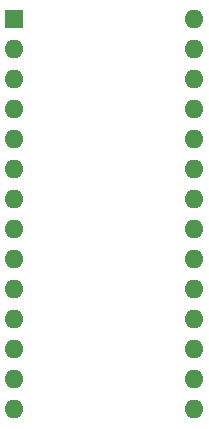
<source format=gbr>
%TF.GenerationSoftware,KiCad,Pcbnew,5.1.12-84ad8e8a86~92~ubuntu18.04.1*%
%TF.CreationDate,2023-06-24T13:51:17+02:00*%
%TF.ProjectId,EPROM-27512-GLS27SF512,4550524f-4d2d-4323-9735-31322d474c53,r2*%
%TF.SameCoordinates,Original*%
%TF.FileFunction,Soldermask,Bot*%
%TF.FilePolarity,Negative*%
%FSLAX46Y46*%
G04 Gerber Fmt 4.6, Leading zero omitted, Abs format (unit mm)*
G04 Created by KiCad (PCBNEW 5.1.12-84ad8e8a86~92~ubuntu18.04.1) date 2023-06-24 13:51:17*
%MOMM*%
%LPD*%
G01*
G04 APERTURE LIST*
%ADD10R,1.600000X1.600000*%
%ADD11O,1.600000X1.600000*%
G04 APERTURE END LIST*
D10*
%TO.C,U101*%
X86952401Y-69723201D03*
D11*
X102192401Y-102743201D03*
X86952401Y-72263201D03*
X102192401Y-100203201D03*
X86952401Y-74803201D03*
X102192401Y-97663201D03*
X86952401Y-77343201D03*
X102192401Y-95123201D03*
X86952401Y-79883201D03*
X102192401Y-92583201D03*
X86952401Y-82423201D03*
X102192401Y-90043201D03*
X86952401Y-84963201D03*
X102192401Y-87503201D03*
X86952401Y-87503201D03*
X102192401Y-84963201D03*
X86952401Y-90043201D03*
X102192401Y-82423201D03*
X86952401Y-92583201D03*
X102192401Y-79883201D03*
X86952401Y-95123201D03*
X102192401Y-77343201D03*
X86952401Y-97663201D03*
X102192401Y-74803201D03*
X86952401Y-100203201D03*
X102192401Y-72263201D03*
X86952401Y-102743201D03*
X102192401Y-69723201D03*
%TD*%
M02*

</source>
